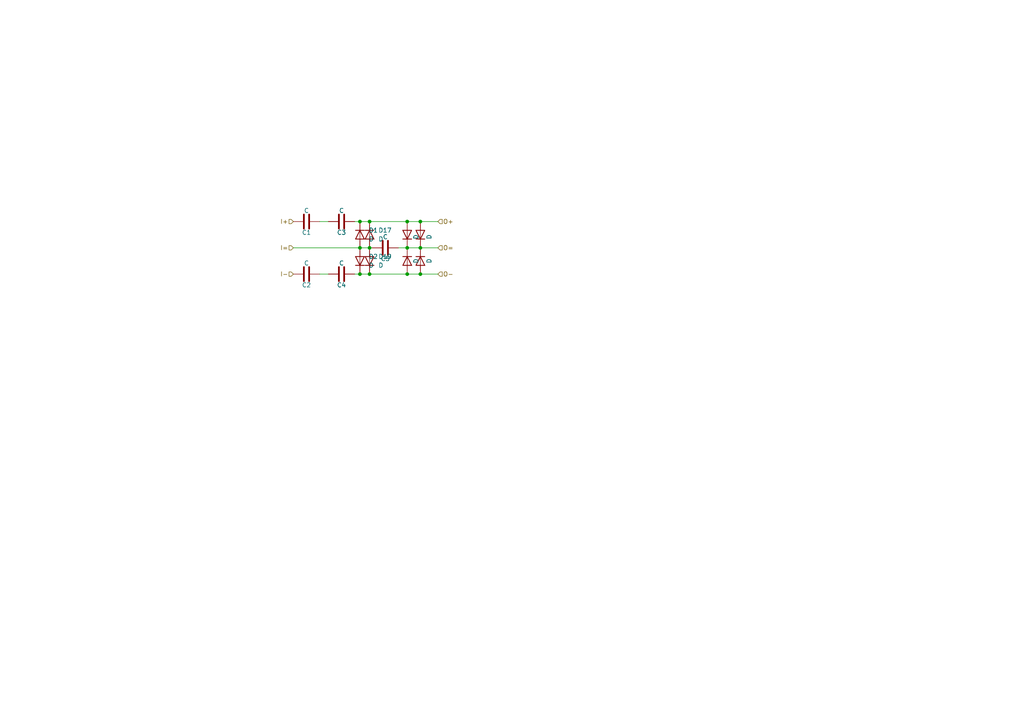
<source format=kicad_sch>
(kicad_sch (version 20230121) (generator eeschema)
  (paper "A4")
  (lib_symbols
    (symbol "Device:C" (pin_numbers hide) (pin_names (offset 0.254))
      (property "Reference" "C" (at 0.635 2.54 0))
      (property "Value" "C" (at 0.635 -2.54 0))
      (symbol "C_0_1"
        (polyline (pts (xy -2.032 -0.762) (xy 2.032 -0.762)) (stroke (width 0.508)))
        (polyline (pts (xy -2.032 0.762) (xy 2.032 0.762)) (stroke (width 0.508)))
      )
      (symbol "C_1_1"
        (pin passive line (at 0 3.81 270) (length 2.794) (name "~") (number "1"))
        (pin passive line (at 0 -3.81 90) (length 2.794) (name "~") (number "2"))
      )
    )
    (symbol "Device:D" (pin_numbers hide) (pin_names (offset 1.016) hide)
      (property "Reference" "D" (at 0 2.54 0))
      (property "Value" "D" (at 0 -2.54 0))
      (symbol "D_0_1"
        (polyline (pts (xy -1.27 1.27) (xy -1.27 -1.27)) (stroke (width 0.254)))
        (polyline (pts (xy 1.27 0) (xy -1.27 0)))
        (polyline (pts (xy 1.27 1.27) (xy 1.27 -1.27) (xy -1.27 0) (xy 1.27 1.27)) (stroke (width 0.254)))
      )
      (symbol "D_1_1"
        (pin passive line (at -3.81 0 0) (length 2.54) (name "K") (number "1"))
        (pin passive line (at 3.81 0 180) (length 2.54) (name "A") (number "2"))
      )
    )
  )
  (junction (at 121.92 79.502))
  (junction (at 107.188 64.262))
  (junction (at 121.92 64.262))
  (junction (at 121.92 71.882))
  (junction (at 118.11 71.882))
  (junction (at 118.11 64.262))
  (junction (at 104.394 64.262))
  (junction (at 104.394 79.502))
  (junction (at 104.394 71.882))
  (junction (at 107.188 79.502))
  (junction (at 118.11 79.502))
  (junction (at 107.188 71.882))
  (wire (pts (xy 115.57 71.882) (xy 118.11 71.882)))
  (wire (pts (xy 102.87 64.262) (xy 104.394 64.262)))
  (wire (pts (xy 85.09 71.882) (xy 104.394 71.882)))
  (wire (pts (xy 92.71 64.262) (xy 95.25 64.262)))
  (wire (pts (xy 107.188 79.502) (xy 118.11 79.502)))
  (wire (pts (xy 121.92 79.502) (xy 127 79.502)))
  (wire (pts (xy 121.92 64.262) (xy 127 64.262)))
  (wire (pts (xy 107.188 64.262) (xy 118.11 64.262)))
  (wire (pts (xy 121.92 71.882) (xy 127 71.882)))
  (wire (pts (xy 104.394 79.502) (xy 107.188 79.502)))
  (wire (pts (xy 92.71 79.502) (xy 95.25 79.502)))
  (wire (pts (xy 104.394 64.262) (xy 107.188 64.262)))
  (wire (pts (xy 102.87 79.502) (xy 104.394 79.502)))
  (wire (pts (xy 118.11 64.262) (xy 121.92 64.262)))
  (wire (pts (xy 104.394 71.882) (xy 107.188 71.882)))
  (wire (pts (xy 118.11 71.882) (xy 121.92 71.882)))
  (wire (pts (xy 107.188 71.882) (xy 107.95 71.882)))
  (wire (pts (xy 118.11 79.502) (xy 121.92 79.502)))
  (hierarchical_label "I-" (shape input) (at 85.09 79.502 180))
  (hierarchical_label "I=" (shape input) (at 85.09 71.882 180))
  (hierarchical_label "I+" (shape input) (at 85.09 64.262 180))
  (hierarchical_label "O=" (shape input) (at 127 71.882 0))
  (hierarchical_label "O-" (shape input) (at 127 79.502 0))
  (hierarchical_label "O+" (shape input) (at 127 64.262 0))
  (symbol (lib_id "Device:D") (at 118.11 68.072 90) (unit 1)
    (property "Reference" "D3" (effects hide))
    (property "Value" "D" (at 120.65 68.707 0))
    (property "Footprint" "custom_assets_mit:slu15mg" (effects hide))
    (property "Sim.Device" "D" (effects hide))
    (property "Sim.Pins" "1=K 2=A" (effects hide))
    (instances (project "multiplier-slu15mg" (path "" (reference "D3") (unit 1)) (path "" (reference "D11") (unit 1))))
  )
  (symbol (lib_id "Device:C") (at 88.9 79.502 90) (unit 1)
    (property "Reference" "C2" (at 88.9 82.677 90))
    (property "Value" "C" (at 88.9 76.327 90))
    (property "Footprint" "Capacitor_SMD:C_2220_5750Metric" (effects hide))
    (instances (project "multiplier-slu15mg" (path "" (reference "C2") (unit 1)) (path "" (reference "C12") (unit 1))))
  )
  (symbol (lib_id "Device:D") (at 107.188 75.692 90) (unit 1)
    (property "Reference" "D19" (at 109.728 74.422 90) (effects (justify right)))
    (property "Value" "D" (at 109.728 76.962 90) (effects (justify right)))
    (property "Footprint" "custom_assets_mit:slu15mg" (effects hide))
    (property "Sim.Device" "D" (effects hide))
    (property "Sim.Pins" "1=K 2=A" (effects hide))
    (instances (project "multiplier-slu15mg" (path "" (reference "D19") (unit 1)) (path "" (reference "D20") (unit 1))))
  )
  (symbol (lib_id "Device:D") (at 121.92 75.692 270) (unit 1)
    (property "Reference" "D21" (effects hide))
    (property "Value" "D" (at 124.46 75.692 0))
    (property "Footprint" "custom_assets_mit:slu15mg" (effects hide))
    (property "Sim.Device" "D" (effects hide))
    (property "Sim.Pins" "1=K 2=A" (effects hide))
    (instances (project "multiplier-slu15mg" (path "" (reference "D21") (unit 1)) (path "" (reference "D22") (unit 1))))
  )
  (symbol (lib_id "Device:D") (at 107.188 68.072 270) (unit 1)
    (property "Reference" "D17" (at 109.728 66.802 90) (effects (justify left)))
    (property "Value" "D" (at 109.728 69.342 90) (effects (justify left)))
    (property "Footprint" "custom_assets_mit:slu15mg" (effects hide))
    (property "Sim.Device" "D" (effects hide))
    (property "Sim.Pins" "1=K 2=A" (effects hide))
    (instances (project "multiplier-slu15mg" (path "" (reference "D17") (unit 1)) (path "" (reference "D18") (unit 1))))
  )
  (symbol (lib_id "Device:D") (at 104.394 68.072 270) (unit 1)
    (property "Reference" "D1" (at 106.934 66.802 90) (effects (justify left)))
    (property "Value" "D" (at 106.934 69.342 90) (effects (justify left)))
    (property "Footprint" "custom_assets_mit:slu15mg" (effects hide))
    (property "Sim.Device" "D" (effects hide))
    (property "Sim.Pins" "1=K 2=A" (effects hide))
    (instances (project "multiplier-slu15mg" (path "" (reference "D1") (unit 1)) (path "" (reference "D9") (unit 1))))
  )
  (symbol (lib_id "Device:D") (at 118.11 75.692 270) (unit 1)
    (property "Reference" "D4" (effects hide))
    (property "Value" "D" (at 120.65 75.692 0))
    (property "Footprint" "custom_assets_mit:slu15mg" (effects hide))
    (property "Sim.Device" "D" (effects hide))
    (property "Sim.Pins" "1=K 2=A" (effects hide))
    (instances (project "multiplier-slu15mg" (path "" (reference "D4") (unit 1)) (path "" (reference "D12") (unit 1))))
  )
  (symbol (lib_id "Device:C") (at 99.06 64.262 90) (unit 1)
    (property "Reference" "C3" (at 99.06 67.437 90))
    (property "Value" "C" (at 99.06 61.087 90))
    (property "Footprint" "Capacitor_SMD:C_2220_5750Metric" (effects hide))
    (instances (project "multiplier-slu15mg" (path "" (reference "C3") (unit 1)) (path "" (reference "C13") (unit 1))))
  )
  (symbol (lib_id "Device:D") (at 104.394 75.692 90) (unit 1)
    (property "Reference" "D2" (at 106.934 74.422 90) (effects (justify right)))
    (property "Value" "D" (at 106.934 76.962 90) (effects (justify right)))
    (property "Footprint" "custom_assets_mit:slu15mg" (effects hide))
    (property "Sim.Device" "D" (effects hide))
    (property "Sim.Pins" "1=K 2=A" (effects hide))
    (instances (project "multiplier-slu15mg" (path "" (reference "D2") (unit 1)) (path "" (reference "D10") (unit 1))))
  )
  (symbol (lib_id "Device:D") (at 121.92 68.072 90) (unit 1)
    (property "Reference" "D23" (effects hide))
    (property "Value" "D" (at 124.46 68.707 0))
    (property "Footprint" "custom_assets_mit:slu15mg" (effects hide))
    (property "Sim.Device" "D" (effects hide))
    (property "Sim.Pins" "1=K 2=A" (effects hide))
    (instances (project "multiplier-slu15mg" (path "" (reference "D23") (unit 1)) (path "" (reference "D24") (unit 1))))
  )
  (symbol (lib_id "Device:C") (at 111.76 71.882 90) (unit 1)
    (property "Reference" "C5" (at 111.76 75.057 90))
    (property "Value" "C" (at 111.76 68.707 90))
    (property "Footprint" "custom_assets_mit:C_3640_9110Metric_HV" (effects hide))
    (instances (project "multiplier-slu15mg" (path "" (reference "C5") (unit 1)) (path "" (reference "C15") (unit 1))))
  )
  (symbol (lib_id "Device:C") (at 99.06 79.502 90) (unit 1)
    (property "Reference" "C4" (at 99.06 82.677 90))
    (property "Value" "C" (at 99.06 76.327 90))
    (property "Footprint" "Capacitor_SMD:C_2220_5750Metric" (effects hide))
    (instances (project "multiplier-slu15mg" (path "" (reference "C4") (unit 1)) (path "" (reference "C14") (unit 1))))
  )
  (symbol (lib_id "Device:C") (at 88.9 64.262 90) (unit 1)
    (property "Reference" "C1" (at 88.9 67.437 90))
    (property "Value" "C" (at 88.9 61.087 90))
    (property "Footprint" "Capacitor_SMD:C_2220_5750Metric" (effects hide))
    (instances (project "multiplier-slu15mg" (path "" (reference "C1") (unit 1)) (path "" (reference "C11") (unit 1))))
  )
)
</source>
